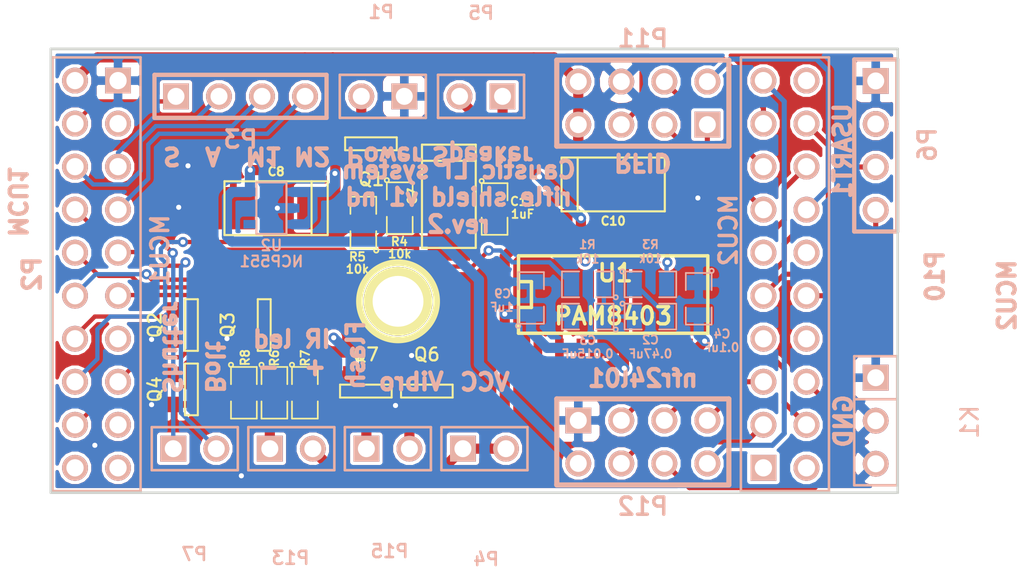
<source format=kicad_pcb>
(kicad_pcb (version 3) (host pcbnew "(2013-may-18)-stable")
  (layers (15 F.Cu signal) (0 B.Cu signal) (18 B.Paste user) (19 F.Paste user) (20 B.SilkS user) (21 F.SilkS user) (22 B.Mask user) (23 F.Mask user) (28 Edge.Cuts user))
  (net 0 "")
  (net 1 +3.3V)
  (net 2 GND)
  (net 3 N-0000010)
  (net 4 N-0000011)
  (net 5 N-0000012)
  (net 6 N-0000013)
  (net 7 N-0000014)
  (net 8 N-0000015)
  (net 9 N-0000016)
  (net 10 N-0000017)
  (net 11 N-0000019)
  (net 12 N-000002)
  (net 13 N-0000020)
  (net 14 N-0000021)
  (net 15 N-0000022)
  (net 16 N-0000023)
  (net 17 N-0000025)
  (net 18 N-0000026)
  (net 19 N-0000027)
  (net 20 N-0000028)
  (net 21 N-0000029)
  (net 22 N-000003)
  (net 23 N-0000030)
  (net 24 N-0000031)
  (net 25 N-0000032)
  (net 26 N-0000034)
  (net 27 N-0000035)
  (net 28 N-0000036)
  (net 29 N-0000038)
  (net 30 N-0000039)
  (net 31 N-000004)
  (net 32 N-0000040)
  (net 33 N-0000041)
  (net 34 N-0000042)
  (net 35 N-0000043)
  (net 36 N-0000044)
  (net 37 N-0000045)
  (net 38 N-000005)
  (net 39 N-000006)
  (net 40 N-000007)
  (net 41 N-000008)
  (net 42 N-000009)
  (net 43 VCC)
  (module PIN_ARRAY_2X1 (layer B.Cu) (at 77 69.4)
    (fp_text reference P13 (at -0.05 6.45) (layer B.SilkS) (effects (font (size 0.762 0.762) (thickness 0.1524)) (justify mirror)))
    (fp_text value IR_LED hide)
    (pad 1 thru_hole rect (at -1.27 0) (size 1.524 1.524) (drill 1) (layers *.Cu *.Mask B.SilkS) (net 28 N-0000036))
    (pad 2 thru_hole circle (at 1.27 0) (size 1.524 1.524) (drill 1) (layers *.Cu *.Mask B.SilkS) (net 43 VCC))
  )
  (module SOT23GDS (layer F.Cu) (at 81.4 66)
    (fp_text reference Q7 (at 0 -2.159) (layer F.SilkS) (effects (font (size 0.762 0.762) (thickness 0.12954))))
    (fp_text value MOS_N hide)
    (pad S smd rect (at -0.889 -1.016) (size 0.9144 0.9144) (layers F.Cu F.Paste F.Mask) (net 2 GND))
    (pad G smd rect (at 0.889 -1.016) (size 0.9144 0.9144) (layers F.Cu F.Paste F.Mask) (net 24 N-0000031))
    (pad D smd rect (at 0 1.016) (size 0.9144 0.9144) (layers F.Cu F.Paste F.Mask) (net 33 N-0000041))
  )
  (module SOT23GDS (layer F.Cu) (at 71.1 65.9 90)
    (fp_text reference Q4 (at 0 -2.159 90) (layer F.SilkS) (effects (font (size 0.762 0.762) (thickness 0.12954))))
    (fp_text value "" (at 0 0 90) (layer F.SilkS) (effects (font (size 0.762 0.762) (thickness 0.12954))))
    (pad S smd rect (at -0.889 -1.016 90) (size 0.9144 0.9144) (layers F.Cu F.Paste F.Mask) (net 2 GND))
    (pad G smd rect (at 0.889 -1.016 90) (size 0.9144 0.9144) (layers F.Cu F.Paste F.Mask) (net 37 N-0000045))
    (pad D smd rect (at 0 1.016 90) (size 0.9144 0.9144) (layers F.Cu F.Paste F.Mask) (net 29 N-0000038))
  )
  (module SOT23GDS (layer F.Cu) (at 85 66)
    (fp_text reference Q6 (at 0 -2.159) (layer F.SilkS) (effects (font (size 0.762 0.762) (thickness 0.12954))))
    (fp_text value MOS_N hide)
    (pad S smd rect (at -0.889 -1.016) (size 0.9144 0.9144) (layers F.Cu F.Paste F.Mask) (net 2 GND))
    (pad G smd rect (at 0.889 -1.016) (size 0.9144 0.9144) (layers F.Cu F.Paste F.Mask) (net 25 N-0000032))
    (pad D smd rect (at 0 1.016) (size 0.9144 0.9144) (layers F.Cu F.Paste F.Mask) (net 34 N-0000042))
  )
  (module SOT23GDS (layer F.Cu) (at 75.4 62.1 90)
    (fp_text reference Q3 (at 0 -2.159 90) (layer F.SilkS) (effects (font (size 0.762 0.762) (thickness 0.12954))))
    (fp_text value "" (at 0 0 90) (layer F.SilkS) (effects (font (size 0.762 0.762) (thickness 0.12954))))
    (pad S smd rect (at -0.889 -1.016 90) (size 0.9144 0.9144) (layers F.Cu F.Paste F.Mask) (net 2 GND))
    (pad G smd rect (at 0.889 -1.016 90) (size 0.9144 0.9144) (layers F.Cu F.Paste F.Mask) (net 26 N-0000034))
    (pad D smd rect (at 0 1.016 90) (size 0.9144 0.9144) (layers F.Cu F.Paste F.Mask) (net 30 N-0000039))
  )
  (module SOT23GDS (layer F.Cu) (at 71.1 62.1 90)
    (fp_text reference Q2 (at 0 -2.159 90) (layer F.SilkS) (effects (font (size 0.762 0.762) (thickness 0.12954))))
    (fp_text value "" (at 0 0 90) (layer F.SilkS) (effects (font (size 0.762 0.762) (thickness 0.12954))))
    (pad S smd rect (at -0.889 -1.016 90) (size 0.9144 0.9144) (layers F.Cu F.Paste F.Mask) (net 2 GND))
    (pad G smd rect (at 0.889 -1.016 90) (size 0.9144 0.9144) (layers F.Cu F.Paste F.Mask) (net 27 N-0000035))
    (pad D smd rect (at 0 1.016 90) (size 0.9144 0.9144) (layers F.Cu F.Paste F.Mask) (net 32 N-0000040))
  )
  (module SOT23GDS (layer F.Cu) (at 81.7 51.4 180)
    (fp_text reference Q1 (at -0.025 -2.1 180) (layer F.SilkS) (effects (font (size 0.762 0.762) (thickness 0.12954))))
    (fp_text value "" (at 0 0 180) (layer F.SilkS) (effects (font (size 0.762 0.762) (thickness 0.12954))))
    (pad S smd rect (at -0.889 -1.016 180) (size 0.9144 0.9144) (layers F.Cu F.Paste F.Mask) (net 43 VCC))
    (pad G smd rect (at 0.889 -1.016 180) (size 0.9144 0.9144) (layers F.Cu F.Paste F.Mask) (net 2 GND))
    (pad D smd rect (at 0 1.016 180) (size 0.9144 0.9144) (layers F.Cu F.Paste F.Mask) (net 35 N-0000043))
  )
  (module SO16N (layer F.Cu) (at 96 60.3)
    (fp_text reference U1 (at 0.127 -1.27) (layer F.SilkS) (effects (font (size 1.016 1.016) (thickness 0.2032))))
    (fp_text value PAM8403 (at 0 1.27) (layer F.SilkS) (effects (font (size 1.016 1.016) (thickness 0.2032))))
    (pad 16 smd rect (at -4.445 -3.175) (size 0.508 1.143) (layers F.Cu F.Paste F.Mask) (net 4 N-0000011))
    (pad 14 smd rect (at -1.905 -3.175) (size 0.508 1.143) (layers F.Cu F.Paste F.Mask) (net 5 N-0000012))
    (pad 13 smd rect (at -0.635 -3.175) (size 0.508 1.143) (layers F.Cu F.Paste F.Mask) (net 43 VCC))
    (pad 12 smd rect (at 0.635 -3.175) (size 0.508 1.143) (layers F.Cu F.Paste F.Mask) (net 43 VCC))
    (pad 11 smd rect (at 1.905 -3.175) (size 0.508 1.143) (layers F.Cu F.Paste F.Mask) (net 2 GND))
    (pad 10 smd rect (at 3.175 -3.175) (size 0.508 1.143) (layers F.Cu F.Paste F.Mask) (net 7 N-0000014))
    (pad 9 smd rect (at 4.445 -3.175) (size 0.508 1.143) (layers F.Cu F.Paste F.Mask) (net 2 GND))
    (pad 8 smd rect (at 4.445 3.175) (size 0.508 1.143) (layers F.Cu F.Paste F.Mask) (net 12 N-000002))
    (pad 7 smd rect (at 3.175 3.175) (size 0.508 1.143) (layers F.Cu F.Paste F.Mask))
    (pad 6 smd rect (at 1.905 3.175) (size 0.508 1.143) (layers F.Cu F.Paste F.Mask) (net 43 VCC))
    (pad 5 smd rect (at 0.635 3.175) (size 0.508 1.143) (layers F.Cu F.Paste F.Mask) (net 43 VCC))
    (pad 4 smd rect (at -0.635 3.175) (size 0.508 1.143) (layers F.Cu F.Paste F.Mask) (net 43 VCC))
    (pad 3 smd rect (at -1.905 3.175) (size 0.508 1.143) (layers F.Cu F.Paste F.Mask))
    (pad 2 smd rect (at -3.175 3.175) (size 0.508 1.143) (layers F.Cu F.Paste F.Mask) (net 2 GND))
    (pad 1 smd rect (at -4.445 3.175) (size 0.508 1.143) (layers F.Cu F.Paste F.Mask))
    (pad 15 smd rect (at -3.175 -3.175) (size 0.508 1.143) (layers F.Cu F.Paste F.Mask) (net 2 GND))
  )
  (module SM0805 (layer B.Cu) (at 98.2 59.7)
    (fp_text reference R3 (at 0 -2.35) (layer B.SilkS) (effects (font (size 0.50038 0.50038) (thickness 0.10922)) (justify mirror)))
    (fp_text value 10k (at 0 -1.525) (layer B.SilkS) (effects (font (size 0.50038 0.50038) (thickness 0.10922)) (justify mirror)))
    (pad 1 smd rect (at -0.9525 0) (size 0.889 1.397) (layers B.Cu B.Paste B.Mask) (net 6 N-0000013))
    (pad 2 smd rect (at 0.9525 0) (size 0.889 1.397) (layers B.Cu B.Paste B.Mask) (net 7 N-0000014))
  )
  (module SM0805 (layer F.Cu) (at 74.2 66.1 270)
    (fp_text reference R8 (at -2.075 -0.075 270) (layer F.SilkS) (effects (font (size 0.50038 0.50038) (thickness 0.10922))))
    (fp_text value "" (at 0 0.381 270) (layer F.SilkS) (effects (font (size 0.50038 0.50038) (thickness 0.10922))))
    (pad 1 smd rect (at -0.9525 0 270) (size 0.889 1.397) (layers F.Cu F.Paste F.Mask) (net 29 N-0000038))
    (pad 2 smd rect (at 0.9525 0 270) (size 0.889 1.397) (layers F.Cu F.Paste F.Mask) (net 28 N-0000036))
  )
  (module SM0805 (layer B.Cu) (at 94.5 61.6 180)
    (fp_text reference C3 (at 0 -1.4 180) (layer B.SilkS) (effects (font (size 0.50038 0.50038) (thickness 0.10922)) (justify mirror)))
    (fp_text value 0.015uF (at 0 -2.2 180) (layer B.SilkS) (effects (font (size 0.50038 0.50038) (thickness 0.10922)) (justify mirror)))
    (pad 1 smd rect (at -0.9525 0 180) (size 0.889 1.397) (layers B.Cu B.Paste B.Mask) (net 38 N-000005))
    (pad 2 smd rect (at 0.9525 0 180) (size 0.889 1.397) (layers B.Cu B.Paste B.Mask) (net 2 GND))
  )
  (module SM0805 (layer B.Cu) (at 94.5 59.7 180)
    (fp_text reference R1 (at 0.025 2.35 180) (layer B.SilkS) (effects (font (size 0.50038 0.50038) (thickness 0.10922)) (justify mirror)))
    (fp_text value 10k (at 0 1.5 180) (layer B.SilkS) (effects (font (size 0.50038 0.50038) (thickness 0.10922)) (justify mirror)))
    (pad 1 smd rect (at -0.9525 0 180) (size 0.889 1.397) (layers B.Cu B.Paste B.Mask) (net 38 N-000005))
    (pad 2 smd rect (at 0.9525 0 180) (size 0.889 1.397) (layers B.Cu B.Paste B.Mask) (net 31 N-000004))
  )
  (module SM0805 (layer F.Cu) (at 77.8 66.1 270)
    (fp_text reference R7 (at -2.05 -0.025 270) (layer F.SilkS) (effects (font (size 0.50038 0.50038) (thickness 0.10922))))
    (fp_text value "" (at 0 0.381 270) (layer F.SilkS) (effects (font (size 0.50038 0.50038) (thickness 0.10922))))
    (pad 1 smd rect (at -0.9525 0 270) (size 0.889 1.397) (layers F.Cu F.Paste F.Mask) (net 30 N-0000039))
    (pad 2 smd rect (at 0.9525 0 270) (size 0.889 1.397) (layers F.Cu F.Paste F.Mask) (net 28 N-0000036))
  )
  (module SM0805 (layer F.Cu) (at 76 66.1 270)
    (fp_text reference R6 (at -2.05 0 270) (layer F.SilkS) (effects (font (size 0.50038 0.50038) (thickness 0.10922))))
    (fp_text value "" (at 0 0.381 270) (layer F.SilkS) (effects (font (size 0.50038 0.50038) (thickness 0.10922))))
    (pad 1 smd rect (at -0.9525 0 270) (size 0.889 1.397) (layers F.Cu F.Paste F.Mask) (net 32 N-0000040))
    (pad 2 smd rect (at 0.9525 0 270) (size 0.889 1.397) (layers F.Cu F.Paste F.Mask) (net 28 N-0000036))
  )
  (module SM0805 (layer B.Cu) (at 98.2 61.6)
    (fp_text reference C2 (at 0 1.375) (layer B.SilkS) (effects (font (size 0.50038 0.50038) (thickness 0.10922)) (justify mirror)))
    (fp_text value 0.47uF (at 0 2.2) (layer B.SilkS) (effects (font (size 0.50038 0.50038) (thickness 0.10922)) (justify mirror)))
    (pad 1 smd rect (at -0.9525 0) (size 0.889 1.397) (layers B.Cu B.Paste B.Mask) (net 38 N-000005))
    (pad 2 smd rect (at 0.9525 0) (size 0.889 1.397) (layers B.Cu B.Paste B.Mask) (net 6 N-0000013))
  )
  (module SM0805 (layer F.Cu) (at 89 55.25 270)
    (fp_text reference C11 (at -0.45 -1.65 360) (layer F.SilkS) (effects (font (size 0.50038 0.50038) (thickness 0.10922))))
    (fp_text value 1uF (at 0.3 -1.65 360) (layer F.SilkS) (effects (font (size 0.50038 0.50038) (thickness 0.10922))))
    (pad 1 smd rect (at -0.9525 0 270) (size 0.889 1.397) (layers F.Cu F.Paste F.Mask) (net 43 VCC))
    (pad 2 smd rect (at 0.9525 0 270) (size 0.889 1.397) (layers F.Cu F.Paste F.Mask) (net 2 GND))
  )
  (module SM0805 (layer B.Cu) (at 91.15 60.5 90)
    (fp_text reference C9 (at 0.25 -1.675 180) (layer B.SilkS) (effects (font (size 0.50038 0.50038) (thickness 0.10922)) (justify mirror)))
    (fp_text value 1uF (at -0.55 -1.725 180) (layer B.SilkS) (effects (font (size 0.50038 0.50038) (thickness 0.10922)) (justify mirror)))
    (pad 1 smd rect (at -0.9525 0 90) (size 0.889 1.397) (layers B.Cu B.Paste B.Mask) (net 43 VCC))
    (pad 2 smd rect (at 0.9525 0 90) (size 0.889 1.397) (layers B.Cu B.Paste B.Mask) (net 2 GND))
  )
  (module SM0805 (layer B.Cu) (at 101.05 60.55 270)
    (fp_text reference C4 (at 2.075 -1.375 360) (layer B.SilkS) (effects (font (size 0.50038 0.50038) (thickness 0.10922)) (justify mirror)))
    (fp_text value 0.1uF (at 2.875 -1.35 360) (layer B.SilkS) (effects (font (size 0.50038 0.50038) (thickness 0.10922)) (justify mirror)))
    (pad 1 smd rect (at -0.9525 0 270) (size 0.889 1.397) (layers B.Cu B.Paste B.Mask) (net 2 GND))
    (pad 2 smd rect (at 0.9525 0 270) (size 0.889 1.397) (layers B.Cu B.Paste B.Mask) (net 12 N-000002))
  )
  (module SM0805 (layer F.Cu) (at 83.4 55.2 270)
    (fp_text reference R4 (at 1.975 0.025 360) (layer F.SilkS) (effects (font (size 0.50038 0.50038) (thickness 0.10922))))
    (fp_text value 10k (at 2.7 0 360) (layer F.SilkS) (effects (font (size 0.50038 0.50038) (thickness 0.10922))))
    (pad 1 smd rect (at -0.9525 0 270) (size 0.889 1.397) (layers F.Cu F.Paste F.Mask) (net 43 VCC))
    (pad 2 smd rect (at 0.9525 0 270) (size 0.889 1.397) (layers F.Cu F.Paste F.Mask) (net 23 N-0000030))
  )
  (module SM0805 (layer F.Cu) (at 81.25 56.05 90)
    (fp_text reference R5 (at -2.025 -0.35 180) (layer F.SilkS) (effects (font (size 0.50038 0.50038) (thickness 0.10922))))
    (fp_text value 10k (at -2.75 -0.35 180) (layer F.SilkS) (effects (font (size 0.50038 0.50038) (thickness 0.10922))))
    (pad 1 smd rect (at -0.9525 0 90) (size 0.889 1.397) (layers F.Cu F.Paste F.Mask) (net 23 N-0000030))
    (pad 2 smd rect (at 0.9525 0 90) (size 0.889 1.397) (layers F.Cu F.Paste F.Mask) (net 2 GND))
  )
  (module pin_array_4x2 (layer B.Cu) (at 97.75 69)
    (fp_text reference P12 (at 0 3.81) (layer B.SilkS) (effects (font (size 1.016 1.016) (thickness 0.2032)) (justify mirror)))
    (fp_text value NRF24L01 hide)
    (pad 1 thru_hole rect (at -3.81 -1.27) (size 1.524 1.524) (drill 1) (layers *.Cu *.Mask B.SilkS) (net 2 GND))
    (pad 2 thru_hole circle (at -3.81 1.27) (size 1.524 1.524) (drill 1) (layers *.Cu *.Mask B.SilkS) (net 1 +3.3V))
    (pad 3 thru_hole circle (at -1.27 -1.27) (size 1.524 1.524) (drill 1) (layers *.Cu *.Mask B.SilkS) (net 17 N-0000025))
    (pad 4 thru_hole circle (at -1.27 1.27) (size 1.524 1.524) (drill 1) (layers *.Cu *.Mask B.SilkS) (net 18 N-0000026))
    (pad 5 thru_hole circle (at 1.27 -1.27) (size 1.524 1.524) (drill 1) (layers *.Cu *.Mask B.SilkS) (net 19 N-0000027))
    (pad 6 thru_hole circle (at 1.27 1.27) (size 1.524 1.524) (drill 1) (layers *.Cu *.Mask B.SilkS) (net 9 N-0000016))
    (pad 7 thru_hole circle (at 3.81 -1.27) (size 1.524 1.524) (drill 1) (layers *.Cu *.Mask B.SilkS) (net 10 N-0000017))
    (pad 8 thru_hole circle (at 3.81 1.27) (size 1.524 1.524) (drill 1) (layers *.Cu *.Mask B.SilkS) (net 16 N-0000023))
  )
  (module pin_array_4x2 (layer B.Cu) (at 97.75 49 180)
    (fp_text reference P11 (at 0 3.81 180) (layer B.SilkS) (effects (font (size 1.016 1.016) (thickness 0.2032)) (justify mirror)))
    (fp_text value RFID-RC522-MODULE hide)
    (pad 1 thru_hole rect (at -3.81 -1.27 180) (size 1.524 1.524) (drill 1) (layers *.Cu *.Mask B.SilkS) (net 8 N-0000015))
    (pad 2 thru_hole circle (at -3.81 1.27 180) (size 1.524 1.524) (drill 1) (layers *.Cu *.Mask B.SilkS) (net 13 N-0000020))
    (pad 3 thru_hole circle (at -1.27 -1.27 180) (size 1.524 1.524) (drill 1) (layers *.Cu *.Mask B.SilkS) (net 14 N-0000021))
    (pad 4 thru_hole circle (at -1.27 1.27 180) (size 1.524 1.524) (drill 1) (layers *.Cu *.Mask B.SilkS) (net 15 N-0000022))
    (pad 5 thru_hole circle (at 1.27 -1.27 180) (size 1.524 1.524) (drill 1) (layers *.Cu *.Mask B.SilkS) (net 11 N-0000019))
    (pad 6 thru_hole circle (at 1.27 1.27 180) (size 1.524 1.524) (drill 1) (layers *.Cu *.Mask B.SilkS) (net 2 GND))
    (pad 7 thru_hole circle (at 3.81 -1.27 180) (size 1.524 1.524) (drill 1) (layers *.Cu *.Mask B.SilkS) (net 1 +3.3V))
    (pad 8 thru_hole circle (at 3.81 1.27 180) (size 1.524 1.524) (drill 1) (layers *.Cu *.Mask B.SilkS) (net 1 +3.3V))
  )
  (module PIN_ARRAY_4x1 (layer B.Cu) (at 74 48.6)
    (fp_text reference P3 (at 0 2.54) (layer B.SilkS) (effects (font (size 1.016 1.016) (thickness 0.2032)) (justify mirror)))
    (fp_text value Mag&fireMode hide)
    (pad 1 thru_hole rect (at -3.81 0) (size 1.524 1.524) (drill 1) (layers *.Cu *.Mask B.SilkS) (net 3 N-0000010))
    (pad 2 thru_hole circle (at -1.27 0) (size 1.524 1.524) (drill 1) (layers *.Cu *.Mask B.SilkS) (net 22 N-000003))
    (pad 3 thru_hole circle (at 1.27 0) (size 1.524 1.524) (drill 1) (layers *.Cu *.Mask B.SilkS) (net 42 N-000009))
    (pad 4 thru_hole circle (at 3.81 0) (size 1.524 1.524) (drill 1) (layers *.Cu *.Mask B.SilkS) (net 41 N-000008))
  )
  (module PIN_ARRAY_4x1 (layer B.Cu) (at 111.5 51.5 270)
    (fp_text reference P6 (at -0.05 -3.05 270) (layer B.SilkS) (effects (font (size 1.016 1.016) (thickness 0.2032)) (justify mirror)))
    (fp_text value USART1 hide)
    (pad 1 thru_hole rect (at -3.81 0 270) (size 1.524 1.524) (drill 1) (layers *.Cu *.Mask B.SilkS) (net 2 GND))
    (pad 2 thru_hole circle (at -1.27 0 270) (size 1.524 1.524) (drill 1) (layers *.Cu *.Mask B.SilkS))
    (pad 3 thru_hole circle (at 1.27 0 270) (size 1.524 1.524) (drill 1) (layers *.Cu *.Mask B.SilkS) (net 21 N-0000029))
    (pad 4 thru_hole circle (at 3.81 0 270) (size 1.524 1.524) (drill 1) (layers *.Cu *.Mask B.SilkS) (net 20 N-0000028))
  )
  (module PIN_ARRAY_3X1 (layer B.Cu) (at 111.5 67.75 270)
    (fp_text reference K1 (at 0.075 -5.55 270) (layer B.SilkS) (effects (font (size 1.016 1.016) (thickness 0.1524)) (justify mirror)))
    (fp_text value CONN_3 hide)
    (pad 1 thru_hole rect (at -2.54 0 270) (size 1.524 1.524) (drill 1) (layers *.Cu *.Mask B.SilkS) (net 2 GND))
    (pad 2 thru_hole circle (at 0 0 270) (size 1.524 1.524) (drill 1) (layers *.Cu *.Mask B.SilkS) (net 2 GND))
    (pad 3 thru_hole circle (at 2.54 0 270) (size 1.524 1.524) (drill 1) (layers *.Cu *.Mask B.SilkS) (net 2 GND))
  )
  (module PIN_ARRAY_2X1 (layer B.Cu) (at 71.3 69.4)
    (fp_text reference P7 (at -0.025 6.225) (layer B.SilkS) (effects (font (size 0.762 0.762) (thickness 0.1524)) (justify mirror)))
    (fp_text value Fire&Reload hide)
    (pad 1 thru_hole rect (at -1.27 0) (size 1.524 1.524) (drill 1) (layers *.Cu *.Mask B.SilkS) (net 39 N-000006))
    (pad 2 thru_hole circle (at 1.27 0) (size 1.524 1.524) (drill 1) (layers *.Cu *.Mask B.SilkS) (net 40 N-000007))
  )
  (module PIN_ARRAY_2X1 (layer B.Cu) (at 88.2 48.6 180)
    (fp_text reference P5 (at 0 4.925 180) (layer B.SilkS) (effects (font (size 0.762 0.762) (thickness 0.1524)) (justify mirror)))
    (fp_text value Speaker2 hide)
    (pad 1 thru_hole rect (at -1.27 0 180) (size 1.524 1.524) (drill 1) (layers *.Cu *.Mask B.SilkS) (net 5 N-0000012))
    (pad 2 thru_hole circle (at 1.27 0 180) (size 1.524 1.524) (drill 1) (layers *.Cu *.Mask B.SilkS) (net 4 N-0000011))
  )
  (module PIN_ARRAY_2X1 (layer B.Cu) (at 82.4 48.6 180)
    (fp_text reference P1 (at 0.1 4.975 180) (layer B.SilkS) (effects (font (size 0.762 0.762) (thickness 0.1524)) (justify mirror)))
    (fp_text value Power hide)
    (pad 1 thru_hole rect (at -1.27 0 180) (size 1.524 1.524) (drill 1) (layers *.Cu *.Mask B.SilkS) (net 2 GND))
    (pad 2 thru_hole circle (at 1.27 0 180) (size 1.524 1.524) (drill 1) (layers *.Cu *.Mask B.SilkS) (net 35 N-0000043))
  )
  (module PIN_ARRAY_2X1 (layer B.Cu) (at 82.7 69.4)
    (fp_text reference P15 (at 0.1 6.05) (layer B.SilkS) (effects (font (size 0.762 0.762) (thickness 0.1524)) (justify mirror)))
    (fp_text value Vibro&flash hide)
    (pad 1 thru_hole rect (at -1.27 0) (size 1.524 1.524) (drill 1) (layers *.Cu *.Mask B.SilkS) (net 33 N-0000041))
    (pad 2 thru_hole circle (at 1.27 0) (size 1.524 1.524) (drill 1) (layers *.Cu *.Mask B.SilkS) (net 34 N-0000042))
  )
  (module PIN_ARRAY_2X1 (layer B.Cu) (at 88.4 69.4)
    (fp_text reference P4 (at 0.1 6.525) (layer B.SilkS) (effects (font (size 0.762 0.762) (thickness 0.1524)) (justify mirror)))
    (fp_text value VCC hide)
    (pad 1 thru_hole rect (at -1.27 0) (size 1.524 1.524) (drill 1) (layers *.Cu *.Mask B.SilkS) (net 43 VCC))
    (pad 2 thru_hole circle (at 1.27 0) (size 1.524 1.524) (drill 1) (layers *.Cu *.Mask B.SilkS) (net 43 VCC))
  )
  (module c_tant_C (layer F.Cu) (at 76.1 55.2)
    (fp_text reference C8 (at 0 -2.159) (layer F.SilkS) (effects (font (size 0.50038 0.50038) (thickness 0.11938))))
    (fp_text value 470uF hide)
    (pad 1 smd rect (at 2.52476 0) (size 2.55016 2.49936) (layers F.Cu F.Paste F.Mask) (net 43 VCC))
    (pad 2 smd rect (at -2.52476 0) (size 2.55016 2.49936) (layers F.Cu F.Paste F.Mask) (net 2 GND))
  )
  (module c_tant_C (layer F.Cu) (at 86.3 54.5 90)
    (fp_text reference C7 (at 0 -2.159 90) (layer F.SilkS) (effects (font (size 0.50038 0.50038) (thickness 0.11938))))
    (fp_text value CP1 hide)
    (pad 1 smd rect (at 2.52476 0 90) (size 2.55016 2.49936) (layers F.Cu F.Paste F.Mask) (net 43 VCC))
    (pad 2 smd rect (at -2.52476 0 90) (size 2.55016 2.49936) (layers F.Cu F.Paste F.Mask) (net 2 GND))
  )
  (module c_tant_C (layer F.Cu) (at 96 53.8 180)
    (fp_text reference C10 (at 0 -2.159 180) (layer F.SilkS) (effects (font (size 0.50038 0.50038) (thickness 0.11938))))
    (fp_text value CP1 hide)
    (pad 1 smd rect (at 2.52476 0 180) (size 2.55016 2.49936) (layers F.Cu F.Paste F.Mask) (net 1 +3.3V))
    (pad 2 smd rect (at -2.52476 0 180) (size 2.55016 2.49936) (layers F.Cu F.Paste F.Mask) (net 2 GND))
  )
  (module 1pin (layer F.Cu) (at 83.3 60.7)
    (fp_text reference "" (at 0 -3.048) (layer F.SilkS) (effects (font (size 1.016 1.016) (thickness 0.254))))
    (fp_text value P*** hide)
    (pad 1 thru_hole circle (at 0 0) (size 4.064 4.064) (drill 3) (layers *.Cu *.Mask F.SilkS))
  )
  (module pin_array_10x2 (layer B.Cu) (at 65.5 59.1 270)
    (fp_text reference P2 (at 0 3.81 270) (layer B.SilkS) (effects (font (size 1.016 1.016) (thickness 0.254)) (justify mirror)))
    (fp_text value MCU1 (at -1.4 -3.75 270) (layer B.SilkS) (effects (font (size 1.016 1.016) (thickness 0.2032)) (justify mirror)))
    (pad 1 thru_hole rect (at -11.43 -1.27 270) (size 1.524 1.524) (drill 1.016) (layers *.Cu *.Mask B.SilkS) (net 2 GND))
    (pad 2 thru_hole circle (at -11.43 1.27 270) (size 1.524 1.524) (drill 1.016) (layers *.Cu *.Mask B.SilkS) (net 1 +3.3V))
    (pad 3 thru_hole circle (at -8.89 -1.27 270) (size 1.524 1.524) (drill 1.016) (layers *.Cu *.Mask B.SilkS))
    (pad 4 thru_hole circle (at -8.89 1.27 270) (size 1.524 1.524) (drill 1.016) (layers *.Cu *.Mask B.SilkS) (net 3 N-0000010))
    (pad 5 thru_hole circle (at -6.35 -1.27 270) (size 1.524 1.524) (drill 1.016) (layers *.Cu *.Mask B.SilkS) (net 22 N-000003))
    (pad 6 thru_hole circle (at -6.35 1.27 270) (size 1.524 1.524) (drill 1.016) (layers *.Cu *.Mask B.SilkS) (net 42 N-000009))
    (pad 7 thru_hole circle (at -3.81 -1.27 270) (size 1.524 1.524) (drill 1.016) (layers *.Cu *.Mask B.SilkS) (net 41 N-000008))
    (pad 8 thru_hole circle (at -3.81 1.27 270) (size 1.524 1.524) (drill 1.016) (layers *.Cu *.Mask B.SilkS) (net 39 N-000006))
    (pad 9 thru_hole circle (at -1.27 -1.27 270) (size 1.524 1.524) (drill 1.016) (layers *.Cu *.Mask B.SilkS) (net 40 N-000007))
    (pad 10 thru_hole circle (at -1.27 1.27 270) (size 1.524 1.524) (drill 1.016) (layers *.Cu *.Mask B.SilkS) (net 25 N-0000032))
    (pad 11 thru_hole circle (at 1.27 -1.27 270) (size 1.524 1.524) (drill 1.016) (layers *.Cu *.Mask B.SilkS) (net 24 N-0000031))
    (pad 12 thru_hole circle (at 1.27 1.27 270) (size 1.524 1.524) (drill 1.016) (layers *.Cu *.Mask B.SilkS) (net 31 N-000004))
    (pad 13 thru_hole circle (at 3.81 -1.27 270) (size 1.524 1.524) (drill 1.016) (layers *.Cu *.Mask B.SilkS))
    (pad 14 thru_hole circle (at 3.81 1.27 270) (size 1.524 1.524) (drill 1.016) (layers *.Cu *.Mask B.SilkS) (net 27 N-0000035))
    (pad 15 thru_hole circle (at 6.35 -1.27 270) (size 1.524 1.524) (drill 1.016) (layers *.Cu *.Mask B.SilkS) (net 26 N-0000034))
    (pad 16 thru_hole circle (at 6.35 1.27 270) (size 1.524 1.524) (drill 1.016) (layers *.Cu *.Mask B.SilkS) (net 23 N-0000030))
    (pad 17 thru_hole circle (at 8.89 -1.27 270) (size 1.524 1.524) (drill 1.016) (layers *.Cu *.Mask B.SilkS))
    (pad 18 thru_hole circle (at 8.89 1.27 270) (size 1.524 1.524) (drill 1.016) (layers *.Cu *.Mask B.SilkS) (net 37 N-0000045))
    (pad 19 thru_hole circle (at 11.43 -1.27 270) (size 1.524 1.524) (drill 1.016) (layers *.Cu *.Mask B.SilkS) (net 36 N-0000044))
    (pad 20 thru_hole circle (at 11.43 1.27 270) (size 1.524 1.524) (drill 1.016) (layers *.Cu *.Mask B.SilkS))
  )
  (module pin_array_10x2 (layer B.Cu) (at 106.14 59.1 90)
    (fp_text reference P10 (at -0.125 8.86 90) (layer B.SilkS) (effects (font (size 1.016 1.016) (thickness 0.254)) (justify mirror)))
    (fp_text value MCU2 (at 2.6 -3.34 90) (layer B.SilkS) (effects (font (size 1.016 1.016) (thickness 0.2032)) (justify mirror)))
    (pad 1 thru_hole rect (at -11.43 -1.27 90) (size 1.524 1.524) (drill 1.016) (layers *.Cu *.Mask B.SilkS))
    (pad 2 thru_hole circle (at -11.43 1.27 90) (size 1.524 1.524) (drill 1.016) (layers *.Cu *.Mask B.SilkS))
    (pad 3 thru_hole circle (at -8.89 -1.27 90) (size 1.524 1.524) (drill 1.016) (layers *.Cu *.Mask B.SilkS) (net 18 N-0000026))
    (pad 4 thru_hole circle (at -8.89 1.27 90) (size 1.524 1.524) (drill 1.016) (layers *.Cu *.Mask B.SilkS) (net 19 N-0000027))
    (pad 5 thru_hole circle (at -6.35 -1.27 90) (size 1.524 1.524) (drill 1.016) (layers *.Cu *.Mask B.SilkS) (net 10 N-0000017))
    (pad 6 thru_hole circle (at -6.35 1.27 90) (size 1.524 1.524) (drill 1.016) (layers *.Cu *.Mask B.SilkS) (net 9 N-0000016))
    (pad 7 thru_hole circle (at -3.81 -1.27 90) (size 1.524 1.524) (drill 1.016) (layers *.Cu *.Mask B.SilkS))
    (pad 8 thru_hole circle (at -3.81 1.27 90) (size 1.524 1.524) (drill 1.016) (layers *.Cu *.Mask B.SilkS))
    (pad 9 thru_hole circle (at -1.27 -1.27 90) (size 1.524 1.524) (drill 1.016) (layers *.Cu *.Mask B.SilkS) (net 21 N-0000029))
    (pad 10 thru_hole circle (at -1.27 1.27 90) (size 1.524 1.524) (drill 1.016) (layers *.Cu *.Mask B.SilkS) (net 20 N-0000028))
    (pad 11 thru_hole circle (at 1.27 -1.27 90) (size 1.524 1.524) (drill 1.016) (layers *.Cu *.Mask B.SilkS))
    (pad 12 thru_hole circle (at 1.27 1.27 90) (size 1.524 1.524) (drill 1.016) (layers *.Cu *.Mask B.SilkS))
    (pad 13 thru_hole circle (at 3.81 -1.27 90) (size 1.524 1.524) (drill 1.016) (layers *.Cu *.Mask B.SilkS) (net 8 N-0000015))
    (pad 14 thru_hole circle (at 3.81 1.27 90) (size 1.524 1.524) (drill 1.016) (layers *.Cu *.Mask B.SilkS) (net 13 N-0000020))
    (pad 15 thru_hole circle (at 6.35 -1.27 90) (size 1.524 1.524) (drill 1.016) (layers *.Cu *.Mask B.SilkS) (net 15 N-0000022))
    (pad 16 thru_hole circle (at 6.35 1.27 90) (size 1.524 1.524) (drill 1.016) (layers *.Cu *.Mask B.SilkS) (net 14 N-0000021))
    (pad 17 thru_hole circle (at 8.89 -1.27 90) (size 1.524 1.524) (drill 1.016) (layers *.Cu *.Mask B.SilkS) (net 11 N-0000019))
    (pad 18 thru_hole circle (at 8.89 1.27 90) (size 1.524 1.524) (drill 1.016) (layers *.Cu *.Mask B.SilkS) (net 17 N-0000025))
    (pad 19 thru_hole circle (at 11.43 -1.27 90) (size 1.524 1.524) (drill 1.016) (layers *.Cu *.Mask B.SilkS) (net 16 N-0000023))
    (pad 20 thru_hole circle (at 11.43 1.27 90) (size 1.524 1.524) (drill 1.016) (layers *.Cu *.Mask B.SilkS))
  )
  (module SOT23-5 (layer B.Cu) (at 75.825 55.2 270)
    (fp_text reference U2 (at 2.2 0 540) (layer B.SilkS) (effects (font (size 0.635 0.635) (thickness 0.127)) (justify mirror)))
    (fp_text value NCP551 (at 3.15 0 360) (layer B.SilkS) (effects (font (size 0.635 0.635) (thickness 0.127)) (justify mirror)))
    (pad 1 smd rect (at -0.9525 -1.27 270) (size 0.508 0.762) (layers B.Cu B.Paste B.Mask) (net 43 VCC))
    (pad 3 smd rect (at 0.9525 -1.27 270) (size 0.508 0.762) (layers B.Cu B.Paste B.Mask) (net 43 VCC))
    (pad 5 smd rect (at -0.9525 1.27 270) (size 0.508 0.762) (layers B.Cu B.Paste B.Mask) (net 1 +3.3V))
    (pad 2 smd rect (at 0 -1.27 270) (size 0.508 0.762) (layers B.Cu B.Paste B.Mask) (net 2 GND))
    (pad 4 smd rect (at 0.9525 1.27 270) (size 0.508 0.762) (layers B.Cu B.Paste B.Mask))
  )
  (gr_text "Caustic LT system\nrifle shield v1 nd\nrev.2" (at 86.875 54.55) (layer B.SilkS) (effects (font (size 1 1) (thickness 0.25)) (justify mirror)))
  (gr_text GND (at 109.6 67.775 90) (layer B.SilkS) (effects (font (size 1 1) (thickness 0.25)) (justify mirror)))
  (gr_text USART1 (at 109.55 51.825 90) (layer B.SilkS) (effects (font (size 1 1) (thickness 0.25)) (justify mirror)))
  (gr_text MCU2 (at 119.25 60.35 90) (layer B.SilkS) (effects (font (size 1 1) (thickness 0.25)) (justify mirror)))
  (gr_text MCU1 (at 60.825 54.8 270) (layer B.SilkS) (effects (font (size 1 1) (thickness 0.25)) (justify mirror)))
  (gr_text "S  A  M1 M2" (at 74.375 52.125 180) (layer B.SilkS) (effects (font (size 1 1) (thickness 0.25)) (justify mirror)))
  (gr_text Power (at 82.475 52.125 180) (layer B.SilkS) (effects (font (size 1 1) (thickness 0.25)) (justify mirror)))
  (gr_text Speaker (at 88.275 52.1 180) (layer B.SilkS) (effects (font (size 1 1) (thickness 0.25)) (justify mirror)))
  (gr_text nfr24l01 (at 97.75 65.25) (layer B.SilkS) (effects (font (size 1 1) (thickness 0.25)) (justify mirror)))
  (gr_text RFID (at 97.75 52.5 180) (layer B.SilkS) (effects (font (size 1 1) (thickness 0.25)) (justify mirror)))
  (gr_text Bolt (at 72.475 64.6 270) (layer B.SilkS) (effects (font (size 1 1) (thickness 0.25)) (justify mirror)))
  (gr_text Shutter (at 69.95 63.425 270) (layer B.SilkS) (effects (font (size 1 1) (thickness 0.25)) (justify mirror)))
  (gr_text "IR led\n+  -" (at 77.025 63.75) (layer B.SilkS) (effects (font (size 1 1) (thickness 0.25)) (justify mirror)))
  (gr_text Flash (at 80.8 63.875 90) (layer B.SilkS) (effects (font (size 1 1) (thickness 0.25)) (justify mirror)))
  (gr_text Vibro (at 84.075 65.45) (layer B.SilkS) (effects (font (size 1 1) (thickness 0.25)) (justify mirror)))
  (gr_text VCC (at 88.425 65.475) (layer B.SilkS) (effects (font (size 1 1) (thickness 0.25)) (justify mirror)))
  (gr_line (start 62.8 45.8) (end 62.8 72) (angle 90) (layer Edge.Cuts) (width 0.15))
  (gr_line (start 112.8 72) (end 112.8 45.8) (angle 90) (layer Edge.Cuts) (width 0.15))
  (gr_line (start 112.8 45.8) (end 62.8 45.8) (angle 90) (layer Edge.Cuts) (width 0.15))
  (gr_line (start 112.8 45.8) (end 62.8 45.8) (angle 90) (layer Edge.Cuts) (width 0.15))
  (gr_line (start 62.8 72) (end 112.8 72) (angle 90) (layer Edge.Cuts) (width 0.15))
  (via (at 94.35 58.35) (size 0.6) (layers F.Cu B.Cu) (net 0))
  (segment (start 80.5 65) (end 80.5 63.85) (width 0.6) (layer B.Cu) (net 0))
  (via (at 79.5 62.85) (size 0.6) (layers F.Cu B.Cu) (net 0))
  (segment (start 80.5 63.85) (end 79.5 62.85) (width 0.6) (layer B.Cu) (net 0))
  (segment (start 79.45 46.3) (end 79.45 49.875) (width 0.6) (layer F.Cu) (net 1))
  (segment (start 74.555 52.97) (end 74.555 54.2475) (width 0.6) (layer B.Cu) (net 1))
  (segment (start 74.575 52.95) (end 74.555 52.97) (width 0.6) (layer B.Cu) (net 1))
  (via (at 74.575 52.95) (size 0.6) (layers F.Cu B.Cu) (net 1))
  (segment (start 76.375 52.95) (end 74.575 52.95) (width 0.6) (layer F.Cu) (net 1))
  (segment (start 79.45 49.875) (end 76.375 52.95) (width 0.6) (layer F.Cu) (net 1))
  (segment (start 74.555 54.2475) (end 73.5025 54.2475) (width 0.6) (layer B.Cu) (net 1))
  (segment (start 73.5025 54.2475) (end 73.2 54.55) (width 0.6) (layer B.Cu) (net 1))
  (segment (start 73.2 54.55) (end 73.2 56.875) (width 0.6) (layer B.Cu) (net 1))
  (segment (start 73.2 56.875) (end 73.5 57.175) (width 0.6) (layer B.Cu) (net 1))
  (segment (start 73.5 57.175) (end 85.825 57.175) (width 0.6) (layer B.Cu) (net 1))
  (segment (start 85.825 57.175) (end 88.075 59.425) (width 0.6) (layer B.Cu) (net 1))
  (segment (start 88.075 59.425) (end 88.075 64.405) (width 0.6) (layer B.Cu) (net 1))
  (segment (start 88.075 64.405) (end 93.94 70.27) (width 0.6) (layer B.Cu) (net 1))
  (segment (start 93.47524 53.8) (end 93.47524 51.92476) (width 0.6) (layer F.Cu) (net 1))
  (segment (start 93.94 51.46) (end 93.94 51.16) (width 0.6) (layer F.Cu) (net 1))
  (segment (start 93.47524 51.92476) (end 93.94 51.46) (width 0.6) (layer F.Cu) (net 1))
  (segment (start 91.31 46.3) (end 92.51 46.3) (width 0.6) (layer F.Cu) (net 1))
  (segment (start 77.8 46.3) (end 79.45 46.3) (width 0.6) (layer F.Cu) (net 1))
  (segment (start 79.45 46.3) (end 91.31 46.3) (width 0.6) (layer F.Cu) (net 1))
  (segment (start 92.51 46.3) (end 93.94 47.73) (width 0.6) (layer F.Cu) (net 1))
  (segment (start 93.94 47.73) (end 93.94 51.16) (width 0.6) (layer F.Cu) (net 1))
  (segment (start 93.94 51.16) (end 93.94 50.27) (width 0.6) (layer F.Cu) (net 1))
  (segment (start 65.56 46.3) (end 64.23 47.63) (width 0.6) (layer F.Cu) (net 1))
  (segment (start 77.8 46.3) (end 65.56 46.3) (width 0.6) (layer F.Cu) (net 1))
  (segment (start 77.095 55.2) (end 76.175 55.2) (width 0.6) (layer B.Cu) (net 2))
  (via (at 76.175 55.2) (size 0.6) (layers F.Cu B.Cu) (net 2))
  (segment (start 68.75 66.8) (end 68.75 70.35) (width 0.3) (layer B.Cu) (net 2))
  (via (at 74.05 71) (size 0.6) (layers F.Cu B.Cu) (net 2))
  (segment (start 69.4 71) (end 74.05 71) (width 0.3) (layer B.Cu) (net 2))
  (segment (start 68.75 70.35) (end 69.4 71) (width 0.3) (layer B.Cu) (net 2))
  (segment (start 68.75 66.8) (end 68.75 68.05) (width 0.3) (layer F.Cu) (net 2))
  (via (at 65.4 69.2) (size 0.6) (layers F.Cu B.Cu) (net 2))
  (segment (start 67.6 69.2) (end 65.4 69.2) (width 0.3) (layer F.Cu) (net 2))
  (segment (start 68.75 68.05) (end 67.6 69.2) (width 0.3) (layer F.Cu) (net 2))
  (segment (start 70.084 66.789) (end 68.761 66.789) (width 0.3) (layer F.Cu) (net 2))
  (segment (start 68.789 62.989) (end 70.084 62.989) (width 0.3) (layer F.Cu) (net 2))
  (segment (start 68.75 62.95) (end 68.789 62.989) (width 0.3) (layer F.Cu) (net 2))
  (via (at 68.75 62.95) (size 0.6) (layers F.Cu B.Cu) (net 2))
  (segment (start 68.75 66.8) (end 68.75 62.95) (width 0.3) (layer B.Cu) (net 2))
  (via (at 68.75 66.8) (size 0.6) (layers F.Cu B.Cu) (net 2))
  (segment (start 68.761 66.789) (end 68.75 66.8) (width 0.3) (layer F.Cu) (net 2))
  (segment (start 70.35 55.15) (end 70.35 53.25) (width 0.6) (layer B.Cu) (net 2))
  (segment (start 70.4 55.2) (end 70.35 55.15) (width 0.6) (layer F.Cu) (net 2))
  (via (at 70.35 55.15) (size 0.6) (layers F.Cu B.Cu) (net 2))
  (segment (start 73.57524 55.2) (end 70.4 55.2) (width 0.6) (layer F.Cu) (net 2))
  (via (at 70.9 52.7) (size 0.6) (layers F.Cu B.Cu) (net 2))
  (segment (start 70.35 53.25) (end 70.9 52.7) (width 0.6) (layer B.Cu) (net 2))
  (segment (start 84.111 64.984) (end 84.111 65.889) (width 0.6) (layer F.Cu) (net 2))
  (via (at 83.15 66.85) (size 0.6) (layers F.Cu B.Cu) (net 2))
  (segment (start 84.111 65.889) (end 83.15 66.85) (width 0.6) (layer F.Cu) (net 2))
  (segment (start 98.52476 53.8) (end 100.2 53.8) (width 0.6) (layer F.Cu) (net 2))
  (via (at 101 54.6) (size 0.6) (layers F.Cu B.Cu) (net 2))
  (segment (start 100.2 53.8) (end 101 54.6) (width 0.6) (layer F.Cu) (net 2))
  (segment (start 89 56.2025) (end 87.12226 56.2025) (width 0.6) (layer F.Cu) (net 2))
  (segment (start 87.12226 56.2025) (end 86.3 57.02476) (width 0.6) (layer F.Cu) (net 2))
  (segment (start 74.384 62.989) (end 73.289 62.989) (width 0.6) (layer F.Cu) (net 2))
  (via (at 73.2 62.9) (size 0.6) (layers F.Cu B.Cu) (net 2))
  (segment (start 73.289 62.989) (end 73.2 62.9) (width 0.6) (layer F.Cu) (net 2))
  (segment (start 84.111 64.984) (end 84.111 63.911) (width 0.6) (layer F.Cu) (net 2))
  (via (at 84.1 63.9) (size 0.6) (layers F.Cu B.Cu) (net 2))
  (segment (start 84.111 63.911) (end 84.1 63.9) (width 0.6) (layer F.Cu) (net 2))
  (segment (start 64.23 50.17) (end 65.4 49) (width 0.254) (layer F.Cu) (net 3))
  (segment (start 69.89 48.9) (end 70.19 48.6) (width 0.254) (layer F.Cu) (net 3))
  (segment (start 65.5 48.9) (end 69.89 48.9) (width 0.254) (layer F.Cu) (net 3))
  (segment (start 65.4 49) (end 65.5 48.9) (width 0.254) (layer F.Cu) (net 3))
  (segment (start 91.555 57.125) (end 91.555 54.455) (width 0.6) (layer F.Cu) (net 4))
  (segment (start 86.93 48.78) (end 86.93 48.6) (width 0.6) (layer F.Cu) (net 4))
  (segment (start 88.55 50.4) (end 86.93 48.78) (width 0.6) (layer F.Cu) (net 4))
  (segment (start 88.55 51.45) (end 88.55 50.4) (width 0.6) (layer F.Cu) (net 4))
  (segment (start 91.555 54.455) (end 88.55 51.45) (width 0.6) (layer F.Cu) (net 4))
  (segment (start 94.095 57.125) (end 94.095 55.805) (width 0.6) (layer F.Cu) (net 5))
  (segment (start 89.47 51.17) (end 89.47 48.6) (width 0.6) (layer F.Cu) (net 5))
  (segment (start 91.65 53.35) (end 89.47 51.17) (width 0.6) (layer F.Cu) (net 5))
  (via (at 91.65 53.35) (size 0.6) (layers F.Cu B.Cu) (net 5))
  (segment (start 94.1 55.8) (end 91.65 53.35) (width 0.6) (layer B.Cu) (net 5))
  (via (at 94.1 55.8) (size 0.6) (layers F.Cu B.Cu) (net 5))
  (segment (start 94.095 55.805) (end 94.1 55.8) (width 0.6) (layer F.Cu) (net 5))
  (segment (start 97.2475 59.7) (end 97.3 59.7) (width 0.254) (layer B.Cu) (net 6))
  (segment (start 99.1525 61.5525) (end 99.1525 61.6) (width 0.254) (layer B.Cu) (net 6))
  (segment (start 97.3 59.7) (end 99.1525 61.5525) (width 0.254) (layer B.Cu) (net 6))
  (segment (start 99.175 57.125) (end 99.175 58.375) (width 0.254) (layer F.Cu) (net 7))
  (segment (start 99.1525 58.4475) (end 99.1525 59.7) (width 0.254) (layer B.Cu) (net 7))
  (segment (start 99.2 58.4) (end 99.1525 58.4475) (width 0.254) (layer B.Cu) (net 7))
  (via (at 99.2 58.4) (size 0.6) (layers F.Cu B.Cu) (net 7))
  (segment (start 99.175 58.375) (end 99.2 58.4) (width 0.254) (layer F.Cu) (net 7))
  (segment (start 101.56 50.27) (end 101.56 51.98) (width 0.3) (layer F.Cu) (net 8))
  (segment (start 101.56 51.98) (end 104.87 55.29) (width 0.3) (layer F.Cu) (net 8))
  (segment (start 99.02 70.27) (end 99.07 70.27) (width 0.3) (layer F.Cu) (net 9))
  (segment (start 108.6 66.64) (end 107.41 65.45) (width 0.3) (layer F.Cu) (net 9))
  (segment (start 108.6 71) (end 108.6 66.64) (width 0.3) (layer F.Cu) (net 9))
  (segment (start 107.9 71.7) (end 108.6 71) (width 0.3) (layer F.Cu) (net 9))
  (segment (start 100.5 71.7) (end 107.9 71.7) (width 0.3) (layer F.Cu) (net 9))
  (segment (start 99.07 70.27) (end 100.5 71.7) (width 0.3) (layer F.Cu) (net 9))
  (segment (start 101.56 67.73) (end 101.56 67.69) (width 0.3) (layer F.Cu) (net 10))
  (segment (start 103.8 65.45) (end 104.87 65.45) (width 0.3) (layer F.Cu) (net 10))
  (segment (start 101.56 67.69) (end 103.8 65.45) (width 0.3) (layer F.Cu) (net 10))
  (segment (start 96.48 50.27) (end 96.53 50.27) (width 0.3) (layer F.Cu) (net 11))
  (segment (start 104.87 49.27) (end 104.87 50.21) (width 0.3) (layer F.Cu) (net 11))
  (segment (start 104.5 48.9) (end 104.87 49.27) (width 0.3) (layer F.Cu) (net 11))
  (segment (start 103.9 48.9) (end 104.5 48.9) (width 0.3) (layer F.Cu) (net 11))
  (segment (start 103.3 48.3) (end 103.9 48.9) (width 0.3) (layer F.Cu) (net 11))
  (segment (start 103.3 47.2) (end 103.3 48.3) (width 0.3) (layer F.Cu) (net 11))
  (segment (start 102.5 46.4) (end 103.3 47.2) (width 0.3) (layer F.Cu) (net 11))
  (segment (start 98.5 46.4) (end 102.5 46.4) (width 0.3) (layer F.Cu) (net 11))
  (segment (start 97.7 47.2) (end 98.5 46.4) (width 0.3) (layer F.Cu) (net 11))
  (segment (start 97.7 49.1) (end 97.7 47.2) (width 0.3) (layer F.Cu) (net 11))
  (segment (start 96.53 50.27) (end 97.7 49.1) (width 0.3) (layer F.Cu) (net 11))
  (segment (start 100.445 63.475) (end 100.975 63.475) (width 0.6) (layer F.Cu) (net 12))
  (segment (start 101.05 62.7) (end 101.05 61.5025) (width 0.6) (layer B.Cu) (net 12))
  (segment (start 101.4 63.05) (end 101.05 62.7) (width 0.6) (layer B.Cu) (net 12))
  (via (at 101.4 63.05) (size 0.6) (layers F.Cu B.Cu) (net 12))
  (segment (start 100.975 63.475) (end 101.4 63.05) (width 0.6) (layer F.Cu) (net 12))
  (segment (start 101.56 47.73) (end 101.57 47.73) (width 0.3) (layer B.Cu) (net 13))
  (segment (start 108.7 54) (end 107.41 55.29) (width 0.3) (layer B.Cu) (net 13))
  (segment (start 108.7 47.1) (end 108.7 54) (width 0.3) (layer B.Cu) (net 13))
  (segment (start 108 46.4) (end 108.7 47.1) (width 0.3) (layer B.Cu) (net 13))
  (segment (start 102.9 46.4) (end 108 46.4) (width 0.3) (layer B.Cu) (net 13))
  (segment (start 101.57 47.73) (end 102.9 46.4) (width 0.3) (layer B.Cu) (net 13))
  (segment (start 99.02 50.27) (end 99.02 50.32) (width 0.3) (layer F.Cu) (net 14))
  (segment (start 106.1 54.06) (end 107.41 52.75) (width 0.3) (layer F.Cu) (net 14))
  (segment (start 106.1 55.9) (end 106.1 54.06) (width 0.3) (layer F.Cu) (net 14))
  (segment (start 105.4 56.6) (end 106.1 55.9) (width 0.3) (layer F.Cu) (net 14))
  (segment (start 104.1 56.6) (end 105.4 56.6) (width 0.3) (layer F.Cu) (net 14))
  (segment (start 103.4 55.9) (end 104.1 56.6) (width 0.3) (layer F.Cu) (net 14))
  (segment (start 103.4 54.7) (end 103.4 55.9) (width 0.3) (layer F.Cu) (net 14))
  (segment (start 99.02 50.32) (end 103.4 54.7) (width 0.3) (layer F.Cu) (net 14))
  (segment (start 99.02 47.73) (end 99.03 47.73) (width 0.3) (layer F.Cu) (net 15))
  (segment (start 103.3 51.18) (end 104.87 52.75) (width 0.3) (layer F.Cu) (net 15))
  (segment (start 103.3 49.2) (end 103.3 51.18) (width 0.3) (layer F.Cu) (net 15))
  (segment (start 103 48.9) (end 103.3 49.2) (width 0.3) (layer F.Cu) (net 15))
  (segment (start 100.2 48.9) (end 103 48.9) (width 0.3) (layer F.Cu) (net 15))
  (segment (start 99.03 47.73) (end 100.2 48.9) (width 0.3) (layer F.Cu) (net 15))
  (segment (start 101.56 70.27) (end 101.56 70.24) (width 0.3) (layer B.Cu) (net 16))
  (segment (start 106.1 48.9) (end 104.87 47.67) (width 0.3) (layer B.Cu) (net 16))
  (segment (start 106.1 68.5) (end 106.1 48.9) (width 0.3) (layer B.Cu) (net 16))
  (segment (start 105.4 69.2) (end 106.1 68.5) (width 0.3) (layer B.Cu) (net 16))
  (segment (start 102.6 69.2) (end 105.4 69.2) (width 0.3) (layer B.Cu) (net 16))
  (segment (start 101.56 70.24) (end 102.6 69.2) (width 0.3) (layer B.Cu) (net 16))
  (segment (start 106.1 57.3) (end 106.8 56.6) (width 0.3) (layer F.Cu) (net 17))
  (segment (start 96.48 67.72) (end 98.3 65.9) (width 0.3) (layer F.Cu) (net 17))
  (segment (start 98.3 65.9) (end 101.7 65.9) (width 0.3) (layer F.Cu) (net 17))
  (segment (start 101.7 65.9) (end 103.4 64.2) (width 0.3) (layer F.Cu) (net 17))
  (segment (start 103.4 64.2) (end 103.4 60) (width 0.3) (layer F.Cu) (net 17))
  (segment (start 103.4 60) (end 104.3 59.1) (width 0.3) (layer F.Cu) (net 17))
  (segment (start 104.3 59.1) (end 105.3 59.1) (width 0.3) (layer F.Cu) (net 17))
  (segment (start 105.3 59.1) (end 106.1 58.3) (width 0.3) (layer F.Cu) (net 17))
  (segment (start 106.1 58.3) (end 106.1 57.3) (width 0.3) (layer F.Cu) (net 17))
  (segment (start 108.7 55.9) (end 108.7 51.5) (width 0.3) (layer F.Cu) (net 17))
  (segment (start 107.41 50.21) (end 108.7 51.5) (width 0.3) (layer F.Cu) (net 17))
  (segment (start 96.48 67.72) (end 96.48 67.73) (width 0.3) (layer F.Cu) (net 17))
  (segment (start 108 56.6) (end 108.7 55.9) (width 0.3) (layer F.Cu) (net 17))
  (segment (start 106.8 56.6) (end 108 56.6) (width 0.3) (layer F.Cu) (net 17))
  (segment (start 96.48 70.27) (end 97.75 69) (width 0.3) (layer F.Cu) (net 18))
  (segment (start 103.86 69) (end 104.87 67.99) (width 0.3) (layer F.Cu) (net 18))
  (segment (start 97.75 69) (end 103.86 69) (width 0.3) (layer F.Cu) (net 18))
  (segment (start 99.02 67.73) (end 99.02 67.68) (width 0.3) (layer F.Cu) (net 19))
  (segment (start 106.1 66.68) (end 107.41 67.99) (width 0.3) (layer F.Cu) (net 19))
  (segment (start 106.1 64.7) (end 106.1 66.68) (width 0.3) (layer F.Cu) (net 19))
  (segment (start 105.6 64.2) (end 106.1 64.7) (width 0.3) (layer F.Cu) (net 19))
  (segment (start 104.2 64.2) (end 105.6 64.2) (width 0.3) (layer F.Cu) (net 19))
  (segment (start 101.9 66.5) (end 104.2 64.2) (width 0.3) (layer F.Cu) (net 19))
  (segment (start 100.2 66.5) (end 101.9 66.5) (width 0.3) (layer F.Cu) (net 19))
  (segment (start 99.02 67.68) (end 100.2 66.5) (width 0.3) (layer F.Cu) (net 19))
  (segment (start 107.41 60.37) (end 109.83 60.37) (width 0.3) (layer F.Cu) (net 20))
  (segment (start 111.5 58.7) (end 111.5 55.31) (width 0.3) (layer F.Cu) (net 20))
  (segment (start 109.83 60.37) (end 111.5 58.7) (width 0.3) (layer F.Cu) (net 20))
  (segment (start 104.87 60.37) (end 104.87 60.33) (width 0.3) (layer F.Cu) (net 21))
  (segment (start 110.13 52.77) (end 111.5 52.77) (width 0.3) (layer F.Cu) (net 21))
  (segment (start 109.4 53.5) (end 110.13 52.77) (width 0.3) (layer F.Cu) (net 21))
  (segment (start 109.4 58.3) (end 109.4 53.5) (width 0.3) (layer F.Cu) (net 21))
  (segment (start 108.6 59.1) (end 109.4 58.3) (width 0.3) (layer F.Cu) (net 21))
  (segment (start 106.1 59.1) (end 108.6 59.1) (width 0.3) (layer F.Cu) (net 21))
  (segment (start 104.87 60.33) (end 106.1 59.1) (width 0.3) (layer F.Cu) (net 21))
  (segment (start 66.77 52.71) (end 66.77 51.93) (width 0.254) (layer B.Cu) (net 22))
  (segment (start 71.43 49.9) (end 72.73 48.6) (width 0.254) (layer B.Cu) (net 22))
  (segment (start 68.8 49.9) (end 71.43 49.9) (width 0.254) (layer B.Cu) (net 22))
  (segment (start 66.77 51.93) (end 68.8 49.9) (width 0.254) (layer B.Cu) (net 22))
  (segment (start 81.25 57.0025) (end 82.0475 57.0025) (width 0.254) (layer F.Cu) (net 23))
  (segment (start 82.8975 56.1525) (end 83.4 56.1525) (width 0.254) (layer F.Cu) (net 23))
  (segment (start 82.0475 57.0025) (end 82.8975 56.1525) (width 0.254) (layer F.Cu) (net 23))
  (segment (start 64.23 65.41) (end 64.24 65.41) (width 0.254) (layer B.Cu) (net 23))
  (segment (start 80.4475 57.0025) (end 81.25 57.0025) (width 0.254) (layer F.Cu) (net 23))
  (segment (start 80.25 57.2) (end 80.4475 57.0025) (width 0.254) (layer F.Cu) (net 23))
  (segment (start 79.4 57.2) (end 80.25 57.2) (width 0.254) (layer F.Cu) (net 23))
  (segment (start 78.8 57.2) (end 79.4 57.2) (width 0.254) (layer F.Cu) (net 23))
  (segment (start 77 57.2) (end 78.8 57.2) (width 0.254) (layer F.Cu) (net 23))
  (segment (start 70.6 57.2) (end 77 57.2) (width 0.254) (layer F.Cu) (net 23))
  (via (at 70.6 57.2) (size 0.6) (layers F.Cu B.Cu) (net 23))
  (segment (start 69.7 57.2) (end 70.6 57.2) (width 0.254) (layer B.Cu) (net 23))
  (segment (start 69.3 57.6) (end 69.7 57.2) (width 0.254) (layer B.Cu) (net 23))
  (segment (start 69.3 58.15) (end 69.3 57.6) (width 0.254) (layer B.Cu) (net 23))
  (segment (start 69.55 58.4) (end 69.3 58.15) (width 0.254) (layer B.Cu) (net 23))
  (segment (start 69.55 60.9) (end 69.55 58.4) (width 0.254) (layer B.Cu) (net 23))
  (segment (start 68.85 61.6) (end 69.55 60.9) (width 0.254) (layer B.Cu) (net 23))
  (segment (start 66.3 61.6) (end 68.85 61.6) (width 0.254) (layer B.Cu) (net 23))
  (segment (start 65.55 62.35) (end 66.3 61.6) (width 0.254) (layer B.Cu) (net 23))
  (segment (start 65.55 64.1) (end 65.55 62.35) (width 0.254) (layer B.Cu) (net 23))
  (segment (start 64.24 65.41) (end 65.55 64.1) (width 0.254) (layer B.Cu) (net 23))
  (segment (start 66.77 60.33) (end 78.63 60.33) (width 0.254) (layer F.Cu) (net 24))
  (segment (start 82.289 63.989) (end 82.289 64.984) (width 0.254) (layer F.Cu) (net 24))
  (segment (start 78.63 60.33) (end 82.289 63.989) (width 0.254) (layer F.Cu) (net 24))
  (segment (start 68.225998 59.875998) (end 69.5 59.875998) (width 0.254) (layer F.Cu) (net 25))
  (segment (start 64.24 57.79) (end 65.65 59.2) (width 0.254) (layer F.Cu) (net 25))
  (segment (start 65.65 59.2) (end 67.55 59.2) (width 0.254) (layer F.Cu) (net 25))
  (segment (start 67.55 59.2) (end 68.225998 59.875998) (width 0.254) (layer F.Cu) (net 25))
  (segment (start 85.889 64.984) (end 85.889 64.139) (width 0.254) (layer F.Cu) (net 25))
  (segment (start 64.24 57.79) (end 64.23 57.79) (width 0.254) (layer F.Cu) (net 25))
  (segment (start 84.95 63.2) (end 85.889 64.139) (width 0.254) (layer F.Cu) (net 25))
  (segment (start 82.374002 63.2) (end 84.95 63.2) (width 0.254) (layer F.Cu) (net 25))
  (segment (start 79.05 59.875998) (end 82.374002 63.2) (width 0.254) (layer F.Cu) (net 25))
  (segment (start 78.8 59.875998) (end 79.05 59.875998) (width 0.254) (layer F.Cu) (net 25))
  (segment (start 69.5 59.875998) (end 78.8 59.875998) (width 0.254) (layer F.Cu) (net 25))
  (segment (start 66.77 65.41) (end 66.79 65.41) (width 0.254) (layer F.Cu) (net 26))
  (segment (start 71.389 61.211) (end 74.384 61.211) (width 0.254) (layer F.Cu) (net 26))
  (segment (start 71.1 61.5) (end 71.389 61.211) (width 0.254) (layer F.Cu) (net 26))
  (segment (start 71.1 63.4) (end 71.1 61.5) (width 0.254) (layer F.Cu) (net 26))
  (segment (start 70.5 64) (end 71.1 63.4) (width 0.254) (layer F.Cu) (net 26))
  (segment (start 68.2 64) (end 70.5 64) (width 0.254) (layer F.Cu) (net 26))
  (segment (start 66.79 65.41) (end 68.2 64) (width 0.254) (layer F.Cu) (net 26))
  (segment (start 66.77 65.41) (end 66.814002 65.41) (width 0.254) (layer F.Cu) (net 26))
  (segment (start 64.23 62.87) (end 64.23 62.77) (width 0.254) (layer F.Cu) (net 27))
  (segment (start 69.695 61.6) (end 70.084 61.211) (width 0.254) (layer F.Cu) (net 27))
  (segment (start 65.4 61.6) (end 69.695 61.6) (width 0.254) (layer F.Cu) (net 27))
  (segment (start 64.23 62.77) (end 65.4 61.6) (width 0.254) (layer F.Cu) (net 27))
  (segment (start 75.73 69.4) (end 75.73 67.3225) (width 0.6) (layer F.Cu) (net 28))
  (segment (start 75.73 67.3225) (end 76 67.0525) (width 0.6) (layer F.Cu) (net 28))
  (segment (start 76 67.0525) (end 77.8 67.0525) (width 0.6) (layer F.Cu) (net 28))
  (segment (start 74.2 67.0525) (end 76 67.0525) (width 0.6) (layer F.Cu) (net 28))
  (segment (start 72.116 65.9) (end 72.116 65.684) (width 0.6) (layer F.Cu) (net 29))
  (segment (start 72.6525 65.1475) (end 74.2 65.1475) (width 0.6) (layer F.Cu) (net 29))
  (segment (start 72.116 65.684) (end 72.6525 65.1475) (width 0.6) (layer F.Cu) (net 29))
  (segment (start 76.416 62.1) (end 76.8 62.1) (width 0.6) (layer F.Cu) (net 30))
  (segment (start 77.8 63.1) (end 77.8 65.1475) (width 0.6) (layer F.Cu) (net 30))
  (segment (start 76.8 62.1) (end 77.8 63.1) (width 0.6) (layer F.Cu) (net 30))
  (segment (start 88.65 57.7) (end 89.35 57.7) (width 0.254) (layer B.Cu) (net 31))
  (segment (start 71.378004 59.421996) (end 73.145998 57.654002) (width 0.254) (layer F.Cu) (net 31))
  (segment (start 73.145998 57.654002) (end 80.104002 57.654002) (width 0.254) (layer F.Cu) (net 31))
  (segment (start 80.104002 57.654002) (end 80.4 57.95) (width 0.254) (layer F.Cu) (net 31))
  (segment (start 80.4 57.95) (end 84.1 57.95) (width 0.254) (layer F.Cu) (net 31))
  (segment (start 84.1 57.95) (end 84.8 58.65) (width 0.254) (layer F.Cu) (net 31))
  (segment (start 84.8 58.65) (end 87.7 58.65) (width 0.254) (layer F.Cu) (net 31))
  (segment (start 87.7 58.65) (end 88.65 57.7) (width 0.254) (layer F.Cu) (net 31))
  (via (at 88.65 57.7) (size 0.6) (layers F.Cu B.Cu) (net 31))
  (segment (start 64.23 60.33) (end 64.23 60.32) (width 0.254) (layer B.Cu) (net 31))
  (segment (start 68.45 59.1) (end 68.771996 59.421996) (width 0.254) (layer F.Cu) (net 31))
  (via (at 68.45 59.1) (size 0.6) (layers F.Cu B.Cu) (net 31))
  (segment (start 65.45 59.1) (end 68.45 59.1) (width 0.254) (layer B.Cu) (net 31))
  (segment (start 64.23 60.32) (end 65.45 59.1) (width 0.254) (layer B.Cu) (net 31))
  (segment (start 68.771996 59.421996) (end 71.378004 59.421996) (width 0.254) (layer F.Cu) (net 31))
  (segment (start 92.2475 58.4) (end 93.5475 59.7) (width 0.254) (layer B.Cu) (net 31))
  (segment (start 90.05 58.4) (end 92.2475 58.4) (width 0.254) (layer B.Cu) (net 31))
  (segment (start 89.35 57.7) (end 90.05 58.4) (width 0.254) (layer B.Cu) (net 31))
  (segment (start 76 65.1475) (end 76 64.4) (width 0.6) (layer F.Cu) (net 32))
  (segment (start 72.116 63.216) (end 72.116 62.1) (width 0.6) (layer F.Cu) (net 32))
  (segment (start 73 64.1) (end 72.116 63.216) (width 0.6) (layer F.Cu) (net 32))
  (segment (start 75.7 64.1) (end 73 64.1) (width 0.6) (layer F.Cu) (net 32))
  (segment (start 76 64.4) (end 75.7 64.1) (width 0.6) (layer F.Cu) (net 32))
  (segment (start 81.43 69.4) (end 81.43 67.046) (width 0.6) (layer F.Cu) (net 33))
  (segment (start 81.43 67.046) (end 81.4 67.016) (width 0.6) (layer F.Cu) (net 33))
  (segment (start 83.97 69.4) (end 83.97 68.046) (width 0.6) (layer F.Cu) (net 34))
  (segment (start 83.97 68.046) (end 85 67.016) (width 0.6) (layer F.Cu) (net 34))
  (segment (start 81.13 48.6) (end 81.13 49.87) (width 0.6) (layer F.Cu) (net 35))
  (segment (start 81.644 50.384) (end 81.7 50.384) (width 0.6) (layer F.Cu) (net 35))
  (segment (start 81.13 49.87) (end 81.644 50.384) (width 0.6) (layer F.Cu) (net 35))
  (segment (start 64.23 67.95) (end 64.35 67.95) (width 0.254) (layer F.Cu) (net 37))
  (segment (start 69.589 65.011) (end 70.084 65.011) (width 0.254) (layer F.Cu) (net 37))
  (segment (start 67.9 66.7) (end 69.589 65.011) (width 0.254) (layer F.Cu) (net 37))
  (segment (start 65.6 66.7) (end 67.9 66.7) (width 0.254) (layer F.Cu) (net 37))
  (segment (start 64.35 67.95) (end 65.6 66.7) (width 0.254) (layer F.Cu) (net 37))
  (segment (start 95.4525 61.6) (end 95.4525 59.7) (width 0.254) (layer B.Cu) (net 38))
  (segment (start 97.2475 61.6) (end 95.4525 61.6) (width 0.254) (layer B.Cu) (net 38))
  (segment (start 70.03 69.4) (end 70.03 57.88) (width 0.254) (layer B.Cu) (net 39))
  (segment (start 65.48 56.5) (end 64.23 55.25) (width 0.254) (layer F.Cu) (net 39))
  (segment (start 68.65 56.5) (end 65.48 56.5) (width 0.254) (layer F.Cu) (net 39))
  (segment (start 70 57.85) (end 68.65 56.5) (width 0.254) (layer F.Cu) (net 39))
  (via (at 70 57.85) (size 0.6) (layers F.Cu B.Cu) (net 39))
  (segment (start 70.03 57.88) (end 70 57.85) (width 0.254) (layer B.Cu) (net 39))
  (segment (start 68.09 57.79) (end 66.77 57.79) (width 0.254) (layer F.Cu) (net 40))
  (segment (start 68.9 58.6) (end 68.09 57.79) (width 0.254) (layer F.Cu) (net 40))
  (segment (start 70.55 58.6) (end 68.9 58.6) (width 0.254) (layer F.Cu) (net 40))
  (segment (start 70.75 58.4) (end 70.55 58.6) (width 0.254) (layer F.Cu) (net 40))
  (via (at 70.75 58.4) (size 0.6) (layers F.Cu B.Cu) (net 40))
  (segment (start 70.484002 58.665998) (end 70.75 58.4) (width 0.254) (layer B.Cu) (net 40))
  (segment (start 70.484002 67.284002) (end 70.484002 58.665998) (width 0.254) (layer B.Cu) (net 40))
  (segment (start 72.57 69.37) (end 70.484002 67.284002) (width 0.254) (layer B.Cu) (net 40))
  (segment (start 72.57 69.4) (end 72.57 69.37) (width 0.254) (layer B.Cu) (net 40))
  (segment (start 77.81 48.6) (end 77.8 48.6) (width 0.254) (layer B.Cu) (net 41))
  (segment (start 68.554002 53.465998) (end 66.77 55.25) (width 0.254) (layer B.Cu) (net 41))
  (segment (start 68.554002 51.442056) (end 68.554002 53.465998) (width 0.254) (layer B.Cu) (net 41))
  (segment (start 69.188054 50.808004) (end 68.554002 51.442056) (width 0.254) (layer B.Cu) (net 41))
  (segment (start 75.591996 50.808004) (end 69.188054 50.808004) (width 0.254) (layer B.Cu) (net 41))
  (segment (start 77.8 48.6) (end 75.591996 50.808004) (width 0.254) (layer B.Cu) (net 41))
  (segment (start 64.23 52.71) (end 64.23 52.73) (width 0.254) (layer B.Cu) (net 42))
  (segment (start 73.515998 50.354002) (end 75.27 48.6) (width 0.254) (layer B.Cu) (net 42))
  (segment (start 69 50.354002) (end 73.515998 50.354002) (width 0.254) (layer B.Cu) (net 42))
  (segment (start 68.1 51.254002) (end 69 50.354002) (width 0.254) (layer B.Cu) (net 42))
  (segment (start 68.1 53) (end 68.1 51.254002) (width 0.254) (layer B.Cu) (net 42))
  (segment (start 67.3 53.8) (end 68.1 53) (width 0.254) (layer B.Cu) (net 42))
  (segment (start 65.3 53.8) (end 67.3 53.8) (width 0.254) (layer B.Cu) (net 42))
  (segment (start 64.23 52.73) (end 65.3 53.8) (width 0.254) (layer B.Cu) (net 42))
  (segment (start 77.095 56.1525) (end 77.8725 56.1525) (width 0.6) (layer B.Cu) (net 43))
  (segment (start 78.25 55.775) (end 78.25 54.2475) (width 0.6) (layer B.Cu) (net 43))
  (segment (start 77.8725 56.1525) (end 78.25 55.775) (width 0.6) (layer B.Cu) (net 43))
  (segment (start 77.095 54.2475) (end 78.25 54.2475) (width 0.6) (layer B.Cu) (net 43))
  (segment (start 78.25 54.2475) (end 79.1525 54.2475) (width 0.6) (layer B.Cu) (net 43))
  (via (at 79.575 53.15) (size 0.6) (layers F.Cu B.Cu) (net 43))
  (segment (start 79.575 53.825) (end 79.575 53.15) (width 0.6) (layer B.Cu) (net 43))
  (segment (start 79.1525 54.2475) (end 79.575 53.825) (width 0.6) (layer B.Cu) (net 43))
  (segment (start 79.575 53.15) (end 79.6 53.15) (width 0.6) (layer F.Cu) (net 43))
  (segment (start 79.6 53.15) (end 79.575 53.15) (width 0.6) (layer F.Cu) (net 43))
  (segment (start 79.575 53.15) (end 79.6 53.15) (width 0.6) (layer F.Cu) (net 43))
  (segment (start 96.25 63.475) (end 96.25 57.525) (width 0.6) (layer F.Cu) (net 43))
  (segment (start 96.25 57.525) (end 95.85 57.125) (width 0.6) (layer F.Cu) (net 43))
  (segment (start 95.85 57.125) (end 95.85 63.1) (width 0.6) (layer F.Cu) (net 43))
  (segment (start 95.85 57.125) (end 96.635 57.125) (width 0.6) (layer F.Cu) (net 43))
  (segment (start 95.85 63.1) (end 95.475 63.475) (width 0.6) (layer F.Cu) (net 43))
  (segment (start 95.475 63.475) (end 95.365 63.475) (width 0.6) (layer F.Cu) (net 43))
  (segment (start 95.365 57.125) (end 95.85 57.125) (width 0.6) (layer F.Cu) (net 43))
  (segment (start 95.365 63.475) (end 96.25 63.475) (width 0.6) (layer F.Cu) (net 43))
  (segment (start 96.25 63.475) (end 96.635 63.475) (width 0.6) (layer F.Cu) (net 43))
  (segment (start 79.6 53.92476) (end 78.62476 54.9) (width 0.6) (layer F.Cu) (net 43))
  (segment (start 79.6 52.2) (end 79.6 53.15) (width 0.6) (layer F.Cu) (net 43))
  (segment (start 79.6 53.15) (end 79.6 53.92476) (width 0.6) (layer F.Cu) (net 43))
  (segment (start 96.635 57.125) (end 96.635 63.475) (width 0.6) (layer F.Cu) (net 43))
  (segment (start 95.365 63.475) (end 95.365 57.125) (width 0.6) (layer F.Cu) (net 43))
  (segment (start 78.27 69.4) (end 78.27 69.47) (width 0.6) (layer F.Cu) (net 43))
  (segment (start 85.73 70.8) (end 87.13 69.4) (width 0.6) (layer F.Cu) (net 43))
  (segment (start 79.6 70.8) (end 85.73 70.8) (width 0.6) (layer F.Cu) (net 43))
  (segment (start 78.27 69.47) (end 79.6 70.8) (width 0.6) (layer F.Cu) (net 43))
  (segment (start 89.6 61.45) (end 89.6 67.2) (width 0.6) (layer F.Cu) (net 43))
  (segment (start 88.5 68.3) (end 88.5 69.4) (width 0.6) (layer F.Cu) (net 43))
  (segment (start 89.6 67.2) (end 88.5 68.3) (width 0.6) (layer F.Cu) (net 43))
  (segment (start 91.15 61.4525) (end 89.6025 61.4525) (width 0.6) (layer B.Cu) (net 43))
  (segment (start 89.7975 54.2975) (end 89 54.2975) (width 0.6) (layer F.Cu) (net 43))
  (segment (start 90.5 55) (end 89.7975 54.2975) (width 0.6) (layer F.Cu) (net 43))
  (segment (start 90.5 57.15) (end 90.5 55) (width 0.6) (layer F.Cu) (net 43))
  (segment (start 89.6 58.05) (end 90.5 57.15) (width 0.6) (layer F.Cu) (net 43))
  (segment (start 89.6 61.45) (end 89.6 58.05) (width 0.6) (layer F.Cu) (net 43))
  (via (at 89.6 61.45) (size 0.6) (layers F.Cu B.Cu) (net 43))
  (segment (start 89.6025 61.4525) (end 89.6 61.45) (width 0.6) (layer B.Cu) (net 43))
  (segment (start 82.589 52.416) (end 82.589 52.889) (width 0.254) (layer F.Cu) (net 43))
  (segment (start 83.4 53.7) (end 83.4 54.2475) (width 0.254) (layer F.Cu) (net 43))
  (segment (start 82.589 52.889) (end 83.4 53.7) (width 0.254) (layer F.Cu) (net 43))
  (segment (start 86.3 51.97524) (end 86.3 53.15) (width 0.6) (layer F.Cu) (net 43))
  (segment (start 86.3 53.15) (end 87.4475 54.2975) (width 0.6) (layer F.Cu) (net 43))
  (segment (start 87.4475 54.2975) (end 89 54.2975) (width 0.6) (layer F.Cu) (net 43))
  (segment (start 91.15 61.4525) (end 91.15 62.5) (width 0.6) (layer B.Cu) (net 43))
  (segment (start 91.15 62.5) (end 92.1 63.45) (width 0.6) (layer B.Cu) (net 43))
  (segment (start 92.1 63.45) (end 95.45 63.45) (width 0.6) (layer B.Cu) (net 43))
  (segment (start 95.45 63.45) (end 96.65 64.65) (width 0.6) (layer B.Cu) (net 43))
  (via (at 96.65 64.65) (size 0.6) (layers F.Cu B.Cu) (net 43))
  (segment (start 96.65 64.65) (end 96.635 64.635) (width 0.6) (layer F.Cu) (net 43))
  (segment (start 96.635 64.635) (end 96.635 63.475) (width 0.6) (layer F.Cu) (net 43))
  (segment (start 82.589 52.416) (end 85.85924 52.416) (width 0.6) (layer F.Cu) (net 43))
  (segment (start 85.85924 52.416) (end 86.3 51.97524) (width 0.6) (layer F.Cu) (net 43))
  (segment (start 97.905 63.475) (end 96.635 63.475) (width 0.6) (layer F.Cu) (net 43))
  (segment (start 82.589 52.416) (end 82.589 51.989) (width 0.6) (layer F.Cu) (net 43))
  (segment (start 79.6 51.5) (end 79.6 52.2) (width 0.6) (layer F.Cu) (net 43))
  (segment (start 79.7 51.4) (end 79.6 51.5) (width 0.6) (layer F.Cu) (net 43))
  (segment (start 82 51.4) (end 79.7 51.4) (width 0.6) (layer F.Cu) (net 43))
  (segment (start 82.589 51.989) (end 82 51.4) (width 0.6) (layer F.Cu) (net 43))
  (segment (start 87.13 69.4) (end 88.5 69.4) (width 0.6) (layer F.Cu) (net 43))
  (segment (start 88.5 69.4) (end 89.67 69.4) (width 0.6) (layer F.Cu) (net 43))
  (zone (net 2) (net_name GND) (layer B.Cu) (connect_pads (clearance 0.2)) (min_thickness 0.2) (fill (arc_segments 16) (thermal_gap 0.508) (thermal_bridge_width 0.508))
    (polygon (pts (xy 62.8 46) (xy 112.8 46) (xy 112.8 72) (xy 62.8 72)))
  )
  (zone (net 2) (net_name GND) (layer F.Cu) (connect_pads (clearance 0.2)) (min_thickness 0.2) (fill (arc_segments 16) (thermal_gap 0.5) (thermal_bridge_width 0.4))
    (polygon (pts (xy 62.85 45.85) (xy 112.75 45.85) (xy 112.75 71.95) (xy 62.85 71.95)))
  )
)
</source>
